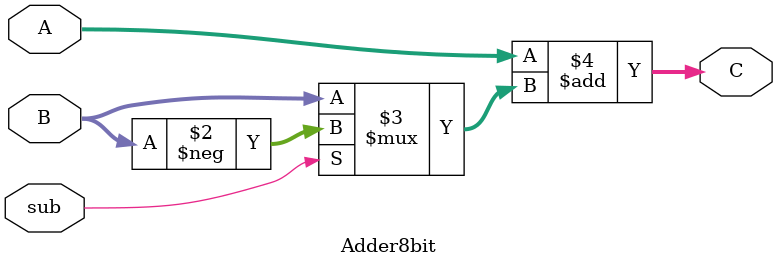
<source format=sv>
module Adder8bit(
    input logic        sub,
    input logic [7:0]  A,
    input logic [7:0]  B,
    output logic [7:0] C
);

    always_comb begin 
        C = A + (sub ? -B : B);
    end 
    
endmodule 
</source>
